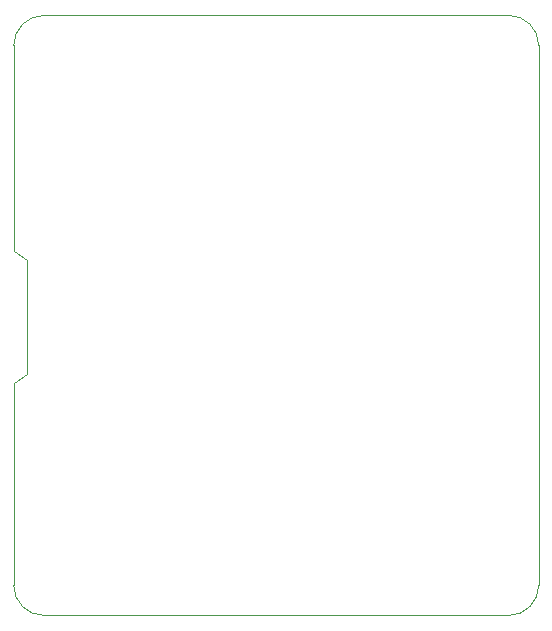
<source format=gbr>
%TF.GenerationSoftware,KiCad,Pcbnew,7.0.5*%
%TF.CreationDate,2023-10-04T06:58:16-05:00*%
%TF.ProjectId,dropkick,64726f70-6b69-4636-9b2e-6b696361645f,rev?*%
%TF.SameCoordinates,Original*%
%TF.FileFunction,Profile,NP*%
%FSLAX46Y46*%
G04 Gerber Fmt 4.6, Leading zero omitted, Abs format (unit mm)*
G04 Created by KiCad (PCBNEW 7.0.5) date 2023-10-04 06:58:16*
%MOMM*%
%LPD*%
G01*
G04 APERTURE LIST*
%TA.AperFunction,Profile*%
%ADD10C,0.100000*%
%TD*%
G04 APERTURE END LIST*
D10*
X64600000Y-65200000D02*
X63500000Y-64400000D01*
X84836000Y-95250000D02*
X70104000Y-95250000D01*
X105410000Y-95250000D02*
X84836000Y-95250000D01*
X64600000Y-74800000D02*
X64600000Y-65200000D01*
X66040000Y-44450000D02*
G75*
G03*
X63500000Y-46990000I0J-2540000D01*
G01*
X107950000Y-46990000D02*
G75*
G03*
X105410000Y-44450000I-2540000J0D01*
G01*
X63500000Y-92710000D02*
G75*
G03*
X66040000Y-95250000I2540000J0D01*
G01*
X63500000Y-64400000D02*
X63500000Y-46990000D01*
X105410000Y-44450000D02*
X66040000Y-44450000D01*
X107950000Y-92710000D02*
X107950000Y-46990000D01*
X63500000Y-92710000D02*
X63500000Y-75600000D01*
X70104000Y-95250000D02*
X66040000Y-95250000D01*
X105410000Y-95250000D02*
G75*
G03*
X107950000Y-92710000I0J2540000D01*
G01*
X63500000Y-75600000D02*
X64600000Y-74800000D01*
M02*

</source>
